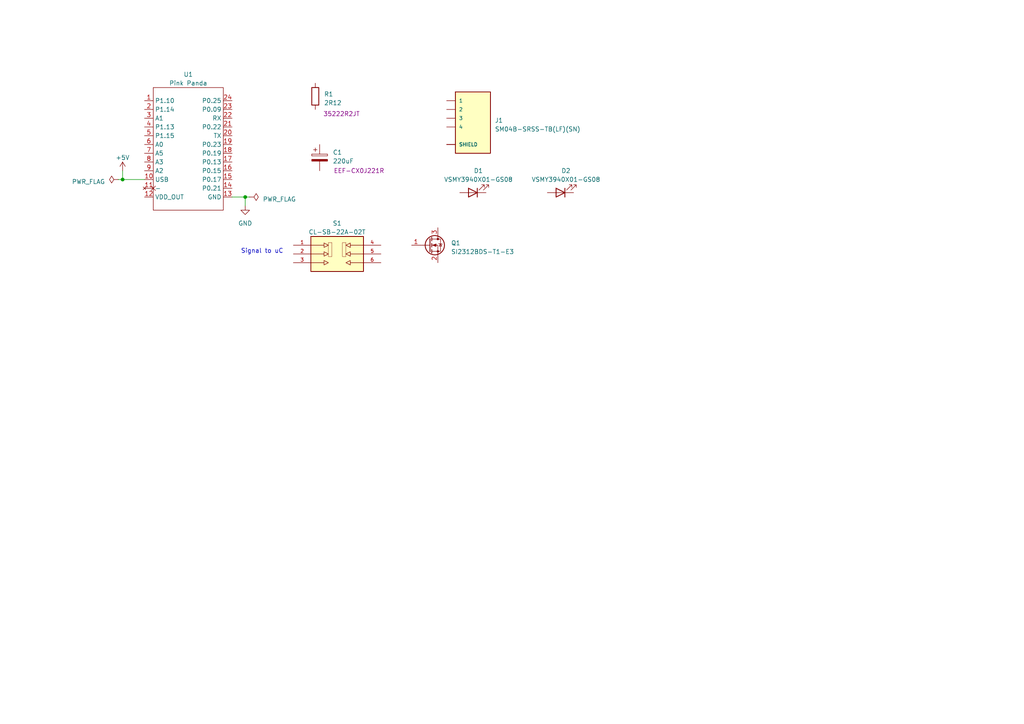
<source format=kicad_sch>
(kicad_sch (version 20230121) (generator eeschema)
  (paper "A4")
  (lib_symbols
    (symbol "CL-SB-22A-02T:CL-SB-22A-02T" (pin_names (offset 1.016) hide)
      (property "Reference" "S" (at -7.62 6.35 0))
      (property "Value" "CL-SB-22A-02T" (at -7.62 -6.35 0))
      (symbol "CL-SB-22A-02T_0_0"
        (rectangle (start -7.62 -5.08) (end 7.62 5.08) (stroke (width 0.254)) (fill (type background)))
        (polyline (pts (xy -7.62 -2.54) (xy -3.81 -2.54)) (stroke (width 0.1524)))
        (polyline (pts (xy -7.62 0) (xy -3.81 0)) (stroke (width 0.1524)))
        (polyline (pts (xy -7.62 2.54) (xy -3.81 2.54)) (stroke (width 0.1524)))
        (polyline (pts (xy 7.62 -2.54) (xy 3.81 -2.54)) (stroke (width 0.1524)))
        (polyline (pts (xy 7.62 0) (xy 3.81 0)) (stroke (width 0.1524)))
        (polyline (pts (xy 7.62 2.54) (xy 3.81 2.54)) (stroke (width 0.1524)))
        (polyline (pts (xy -3.81 -1.905) (xy -3.81 -3.175) (xy -2.54 -2.54) (xy -3.81 -1.905)) (stroke (width 0.1524)) (fill (type background)))
        (polyline (pts (xy -3.81 0.635) (xy -3.81 -0.635) (xy -2.54 0) (xy -3.81 0.635)) (stroke (width 0.1524)) (fill (type background)))
        (polyline (pts (xy -3.81 3.175) (xy -3.81 1.905) (xy -2.54 2.54) (xy -3.81 3.175)) (stroke (width 0.1524)) (fill (type background)))
        (polyline (pts (xy 3.81 -3.175) (xy 3.81 -1.905) (xy 2.54 -2.54) (xy 3.81 -3.175)) (stroke (width 0.1524)) (fill (type background)))
        (polyline (pts (xy 3.81 -0.635) (xy 3.81 0.635) (xy 2.54 0) (xy 3.81 -0.635)) (stroke (width 0.1524)) (fill (type background)))
        (polyline (pts (xy 3.81 1.905) (xy 3.81 3.175) (xy 2.54 2.54) (xy 3.81 1.905)) (stroke (width 0.1524)) (fill (type background)))
        (polyline (pts (xy -2.54 3.302) (xy -2.54 -0.762) (xy -1.524 -0.762) (xy -1.524 3.302) (xy -2.54 3.302)) (stroke (width 0.0254)) (fill (type background)))
        (polyline (pts (xy 1.524 3.302) (xy 1.524 -0.762) (xy 2.54 -0.762) (xy 2.54 3.302) (xy 1.524 3.302)) (stroke (width 0.0254)) (fill (type background)))
        (pin passive line (at -12.7 2.54 0) (length 5.08) (name "~") (number "1"))
        (pin passive line (at -12.7 0 0) (length 5.08) (name "~") (number "2"))
        (pin passive line (at -12.7 -2.54 0) (length 5.08) (name "~") (number "3"))
        (pin passive line (at 12.7 2.54 180) (length 5.08) (name "~") (number "4"))
        (pin passive line (at 12.7 0 180) (length 5.08) (name "~") (number "5"))
        (pin passive line (at 12.7 -2.54 180) (length 5.08) (name "~") (number "6"))
      )
    )
    (symbol "Device:C_Polarized" (pin_numbers hide) (pin_names (offset 0.254))
      (property "Reference" "C" (at 0.635 2.54 0))
      (property "Value" "C_Polarized" (at 0.635 -2.54 0))
      (symbol "C_Polarized_0_1"
        (rectangle (start -2.286 0.508) (end 2.286 1.016))
        (polyline (pts (xy -1.778 2.286) (xy -0.762 2.286)))
        (polyline (pts (xy -1.27 2.794) (xy -1.27 1.778)))
        (rectangle (start 2.286 -0.508) (end -2.286 -1.016) (fill (type outline)))
      )
      (symbol "C_Polarized_1_1"
        (pin passive line (at 0 3.81 270) (length 2.794) (name "~") (number "1"))
        (pin passive line (at 0 -3.81 90) (length 2.794) (name "~") (number "2"))
      )
    )
    (symbol "Device:LED" (pin_numbers hide) (pin_names (offset 1.016) hide)
      (property "Reference" "D" (at 0 2.54 0))
      (property "Value" "LED" (at 0 -2.54 0))
      (symbol "LED_0_1"
        (polyline (pts (xy -1.27 -1.27) (xy -1.27 1.27)) (stroke (width 0.254)))
        (polyline (pts (xy -1.27 0) (xy 1.27 0)))
        (polyline (pts (xy 1.27 -1.27) (xy 1.27 1.27) (xy -1.27 0) (xy 1.27 -1.27)) (stroke (width 0.254)))
        (polyline (pts (xy -3.048 -0.762) (xy -4.572 -2.286) (xy -3.81 -2.286) (xy -4.572 -2.286) (xy -4.572 -1.524)))
        (polyline (pts (xy -1.778 -0.762) (xy -3.302 -2.286) (xy -2.54 -2.286) (xy -3.302 -2.286) (xy -3.302 -1.524)))
      )
      (symbol "LED_1_1"
        (pin passive line (at -3.81 0 0) (length 2.54) (name "K") (number "1"))
        (pin passive line (at 3.81 0 180) (length 2.54) (name "A") (number "2"))
      )
    )
    (symbol "Device:Q_NMOS_GSD" (pin_names (offset 0) hide)
      (property "Reference" "Q" (at 5.08 1.27 0))
      (property "Value" "Q_NMOS_GSD" (at 5.08 -1.27 0))
      (symbol "Q_NMOS_GSD_0_1"
        (polyline (pts (xy 0.254 0) (xy -2.54 0)))
        (polyline (pts (xy 0.254 1.905) (xy 0.254 -1.905)) (stroke (width 0.254)))
        (polyline (pts (xy 0.762 -1.27) (xy 0.762 -2.286)) (stroke (width 0.254)))
        (polyline (pts (xy 0.762 0.508) (xy 0.762 -0.508)) (stroke (width 0.254)))
        (polyline (pts (xy 0.762 2.286) (xy 0.762 1.27)) (stroke (width 0.254)))
        (polyline (pts (xy 2.54 2.54) (xy 2.54 1.778)))
        (polyline (pts (xy 2.54 -2.54) (xy 2.54 0) (xy 0.762 0)))
        (polyline (pts (xy 0.762 -1.778) (xy 3.302 -1.778) (xy 3.302 1.778) (xy 0.762 1.778)))
        (polyline (pts (xy 1.016 0) (xy 2.032 0.381) (xy 2.032 -0.381) (xy 1.016 0)) (fill (type outline)))
        (polyline (pts (xy 2.794 0.508) (xy 2.921 0.381) (xy 3.683 0.381) (xy 3.81 0.254)))
        (polyline (pts (xy 3.302 0.381) (xy 2.921 -0.254) (xy 3.683 -0.254) (xy 3.302 0.381)))
        (circle (center 1.651 0) (radius 2.794) (stroke (width 0.254)))
        (circle (center 2.54 -1.778) (radius 0.254) (fill (type outline)))
        (circle (center 2.54 1.778) (radius 0.254) (fill (type outline)))
      )
      (symbol "Q_NMOS_GSD_1_1"
        (pin input line (at -5.08 0 0) (length 2.54) (name "G") (number "1"))
        (pin passive line (at 2.54 -5.08 90) (length 2.54) (name "S") (number "2"))
        (pin passive line (at 2.54 5.08 270) (length 2.54) (name "D") (number "3"))
      )
    )
    (symbol "Device:R" (pin_numbers hide) (pin_names (offset 0))
      (property "Reference" "R" (at 2.032 0 90))
      (property "Value" "R" (at 0 0 90))
      (symbol "R_0_1"
        (rectangle (start -1.016 -2.54) (end 1.016 2.54) (stroke (width 0.254)))
      )
      (symbol "R_1_1"
        (pin passive line (at 0 3.81 270) (length 1.27) (name "~") (number "1"))
        (pin passive line (at 0 -3.81 90) (length 1.27) (name "~") (number "2"))
      )
    )
    (symbol "My_Boards:Pink_Panda_12_12"
      (property "Reference" "U" (at 0 0 0))
      (property "Value" "Pink Panda" (at 0 -21.59 0))
      (symbol "Pink_Panda_12_12_0_1"
        (rectangle (start -10.16 15.24) (end 10.16 -20.32))
      )
      (symbol "Pink_Panda_12_12_1_0"
        (pin bidirectional line (at -12.7 11.43 0) (length 2.54) (name "P1.10") (number "1"))
        (pin power_out line (at -12.7 -11.43 0) (length 2.54) (name "USB") (number "10"))
        (pin no_connect non_logic (at -12.7 -13.97 0) (length 2.54) (name "-") (number "11"))
        (pin power_out line (at -12.7 -16.51 0) (length 2.54) (name "VDD_OUT") (number "12"))
        (pin power_in line (at 12.7 -16.51 180) (length 2.54) (name "GND") (number "13"))
        (pin bidirectional line (at 12.7 -13.97 180) (length 2.54) (name "P0.21") (number "14"))
        (pin bidirectional line (at 12.7 -11.43 180) (length 2.54) (name "P0.17") (number "15"))
        (pin bidirectional line (at 12.7 -8.89 180) (length 2.54) (name "P0.15") (number "16"))
        (pin bidirectional line (at 12.7 -6.35 180) (length 2.54) (name "P0.13") (number "17"))
        (pin bidirectional line (at 12.7 -3.81 180) (length 2.54) (name "P0.19") (number "18"))
        (pin bidirectional line (at 12.7 -1.27 180) (length 2.54) (name "P0.23") (number "19"))
        (pin bidirectional line (at -12.7 8.89 0) (length 2.54) (name "P1.14") (number "2"))
        (pin output line (at 12.7 1.27 180) (length 2.54) (name "TX") (number "20"))
        (pin bidirectional line (at 12.7 3.81 180) (length 2.54) (name "P0.22") (number "21"))
        (pin input line (at 12.7 6.35 180) (length 2.54) (name "RX") (number "22"))
        (pin bidirectional line (at 12.7 8.89 180) (length 2.54) (name "P0.09") (number "23"))
        (pin bidirectional line (at 12.7 11.43 180) (length 2.54) (name "P0.25") (number "24"))
        (pin input line (at -12.7 6.35 0) (length 2.54) (name "A1") (number "3"))
        (pin bidirectional line (at -12.7 3.81 0) (length 2.54) (name "P1.13") (number "4"))
        (pin bidirectional line (at -12.7 1.27 0) (length 2.54) (name "P1.15") (number "5"))
        (pin input line (at -12.7 -1.27 0) (length 2.54) (name "A0") (number "6"))
        (pin input line (at -12.7 -3.81 0) (length 2.54) (name "A5") (number "7"))
        (pin input line (at -12.7 -6.35 0) (length 2.54) (name "A3") (number "8"))
        (pin input line (at -12.7 -8.89 0) (length 2.54) (name "A2") (number "9"))
      )
    )
    (symbol "SM04B-SRSS-TB_LF__SN_:SM04B-SRSS-TB(LF)(SN)" (pin_numbers hide) (pin_names (offset 1.016))
      (property "Reference" "J" (at -5.08 8.1534 0))
      (property "Value" "SM04B-SRSS-TB(LF)(SN)" (at -5.08 -11.9634 0))
      (symbol "SM04B-SRSS-TB(LF)(SN)_0_0"
        (rectangle (start -5.08 -10.16) (end 5.08 7.62) (stroke (width 0.254)) (fill (type background)))
        (pin passive line (at -7.62 5.08 0) (length 2.54) (name "1") (number "1"))
        (pin passive line (at -7.62 2.54 0) (length 2.54) (name "2") (number "2"))
        (pin passive line (at -7.62 0 0) (length 2.54) (name "3") (number "3"))
        (pin passive line (at -7.62 -2.54 0) (length 2.54) (name "4") (number "4"))
        (pin passive line (at -7.62 -7.62 0) (length 2.54) (name "SHIELD") (number "S1"))
        (pin passive line (at -7.62 -7.62 0) (length 2.54) (name "SHIELD") (number "S2"))
      )
    )
    (symbol "power:+5V" (power) (pin_names (offset 0))
      (property "Value" "+5V" (at 0 3.556 0))
      (symbol "+5V_0_1"
        (polyline (pts (xy -0.762 1.27) (xy 0 2.54)))
        (polyline (pts (xy 0 0) (xy 0 2.54)))
        (polyline (pts (xy 0 2.54) (xy 0.762 1.27)))
      )
      (symbol "+5V_1_1"
        (pin power_in line (at 0 0 90) (length 0) hide (name "+5V") (number "1"))
      )
    )
    (symbol "power:GND" (power) (pin_names (offset 0))
      (property "Value" "GND" (at 0 -3.81 0))
      (symbol "GND_0_1"
        (polyline (pts (xy 0 0) (xy 0 -1.27) (xy 1.27 -1.27) (xy 0 -2.54) (xy -1.27 -1.27) (xy 0 -1.27)))
      )
      (symbol "GND_1_1"
        (pin power_in line (at 0 0 270) (length 0) hide (name "GND") (number "1"))
      )
    )
    (symbol "power:PWR_FLAG" (power) (pin_numbers hide) (pin_names (offset 0) hide)
      (property "Value" "PWR_FLAG" (at 0 3.81 0))
      (symbol "PWR_FLAG_0_0"
        (pin power_out line (at 0 0 90) (length 0) (name "pwr") (number "1"))
      )
      (symbol "PWR_FLAG_0_1"
        (polyline (pts (xy 0 0) (xy 0 1.27) (xy -1.016 1.905) (xy 0 2.54) (xy 1.016 1.905) (xy 0 1.27)))
      )
    )
  )
  (junction (at 35.56 52.07))
  (junction (at 71.12 57.15))
  (wire (pts (xy 34.29 52.07) (xy 35.56 52.07)))
  (wire (pts (xy 71.12 59.69) (xy 71.12 57.15)))
  (wire (pts (xy 35.56 52.07) (xy 41.91 52.07)))
  (wire (pts (xy 35.56 49.53) (xy 35.56 52.07)))
  (wire (pts (xy 71.12 57.15) (xy 72.39 57.15)))
  (wire (pts (xy 71.12 57.15) (xy 67.31 57.15)))
  (text "Signal to uC" (at 69.85 73.66 0) (effects (font (size 1.27 1.27)) (justify left bottom)))
  (symbol (lib_id "power:+5V") (at 35.56 49.53 0) (unit 1)
    (property "Reference" "#PWR01" (effects hide))
    (property "Value" "+5V" (at 35.56 45.72 0))
  )
  (symbol (lib_id "CL-SB-22A-02T:CL-SB-22A-02T") (at 97.79 73.66 0) (unit 1)
    (property "Reference" "S1" (at 97.79 64.77 0))
    (property "Value" "CL-SB-22A-02T" (at 97.79 67.31 0))
    (property "Footprint" "CL-SB-22A-02T:SW_CL-SB-22A-02T" (effects hide))
    (property "MAXIMUM_PACKAGE_HEIGHT" "5.5mm" (effects hide))
    (property "PARTREV" "N/A" (effects hide))
    (property "STANDARD" "Manufacturer Recommendations" (effects hide))
    (property "MANUFACTURER" "Nidec" (effects hide))
  )
  (symbol (lib_id "Device:R") (at 91.44 27.94 0) (unit 1)
    (property "Reference" "R1" (at 93.98 27.305 0) (effects (justify left)))
    (property "Value" "2R12" (at 93.98 29.845 0) (effects (justify left)))
    (property "Part" "35222R2JT" (at 99.06 33.02 0))
  )
  (symbol (lib_id "power:PWR_FLAG") (at 72.39 57.15 270) (unit 1)
    (property "Reference" "#FLG02" (effects hide))
    (property "Value" "PWR_FLAG" (at 76.2 57.785 90) (effects (justify left)))
  )
  (symbol (lib_id "power:PWR_FLAG") (at 34.29 52.07 90) (unit 1)
    (property "Reference" "#FLG01" (effects hide))
    (property "Value" "PWR_FLAG" (at 30.48 52.705 90) (effects (justify left)))
  )
  (symbol (lib_id "My_Boards:Pink_Panda_12_12") (at 54.61 40.64 0) (unit 1)
    (property "Reference" "U1" (at 54.61 21.59 0))
    (property "Value" "Pink Panda" (at 54.61 24.13 0))
  )
  (symbol (lib_id "Device:LED") (at 137.16 55.88 180) (unit 1)
    (property "Reference" "D1" (at 138.7475 49.53 0))
    (property "Value" "VSMY3940X01-GS08" (at 138.7475 52.07 0))
  )
  (symbol (lib_id "Device:Q_NMOS_GSD") (at 124.46 71.12 0) (unit 1)
    (property "Reference" "Q1" (at 130.81 70.485 0) (effects (justify left)))
    (property "Value" "SI2312BDS-T1-E3" (at 130.81 73.025 0) (effects (justify left)))
  )
  (symbol (lib_id "power:GND") (at 71.12 59.69 0) (unit 1)
    (property "Reference" "#PWR02" (effects hide))
    (property "Value" "GND" (at 71.12 64.77 0))
  )
  (symbol (lib_id "SM04B-SRSS-TB_LF__SN_:SM04B-SRSS-TB(LF)(SN)") (at 137.16 34.29 0) (unit 1)
    (property "Reference" "J1" (at 143.51 34.925 0) (effects (justify left)))
    (property "Value" "SM04B-SRSS-TB(LF)(SN)" (at 143.51 37.465 0) (effects (justify left)))
    (property "Footprint" "JST_SM04B-SRSS-TB(LF)(SN)" (effects hide))
    (property "STANDARD" "Manufacturer recommendations" (effects hide))
    (property "MANUFACTURER" "JST" (effects hide))
  )
  (symbol (lib_id "Device:LED") (at 162.56 55.88 180) (unit 1)
    (property "Reference" "D2" (at 164.1475 49.53 0))
    (property "Value" "VSMY3940X01-GS08" (at 164.1475 52.07 0))
  )
  (symbol (lib_id "Device:C_Polarized") (at 92.71 45.72 0) (unit 1)
    (property "Reference" "C1" (at 96.52 44.196 0) (effects (justify left)))
    (property "Value" "220uF" (at 96.52 46.736 0) (effects (justify left)))
    (property "Part" "EEF-CX0J221R" (at 104.14 49.53 0))
  )
)
</source>
